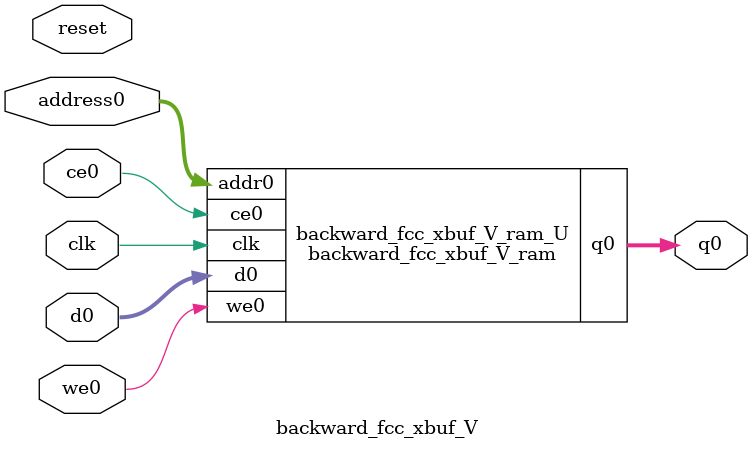
<source format=v>
`timescale 1 ns / 1 ps
module backward_fcc_xbuf_V_ram (addr0, ce0, d0, we0, q0,  clk);

parameter DWIDTH = 16;
parameter AWIDTH = 7;
parameter MEM_SIZE = 100;

input[AWIDTH-1:0] addr0;
input ce0;
input[DWIDTH-1:0] d0;
input we0;
output reg[DWIDTH-1:0] q0;
input clk;

reg [DWIDTH-1:0] ram[0:MEM_SIZE-1];




always @(posedge clk)  
begin 
    if (ce0) begin
        if (we0) 
            ram[addr0] <= d0; 
        q0 <= ram[addr0];
    end
end


endmodule

`timescale 1 ns / 1 ps
module backward_fcc_xbuf_V(
    reset,
    clk,
    address0,
    ce0,
    we0,
    d0,
    q0);

parameter DataWidth = 32'd16;
parameter AddressRange = 32'd100;
parameter AddressWidth = 32'd7;
input reset;
input clk;
input[AddressWidth - 1:0] address0;
input ce0;
input we0;
input[DataWidth - 1:0] d0;
output[DataWidth - 1:0] q0;



backward_fcc_xbuf_V_ram backward_fcc_xbuf_V_ram_U(
    .clk( clk ),
    .addr0( address0 ),
    .ce0( ce0 ),
    .we0( we0 ),
    .d0( d0 ),
    .q0( q0 ));

endmodule


</source>
